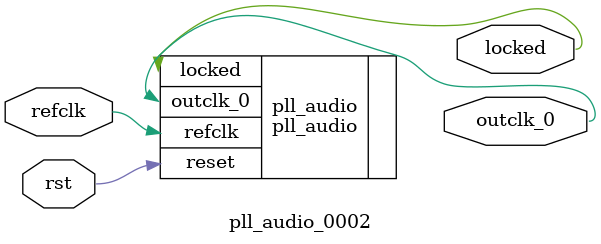
<source format=v>
`timescale 1ns / 1ps


module pll_audio_0002(

    // interface 'refclk'
    input wire refclk,
    
    // interface 'reset'
    input wire rst,
    
    // interface 'outclk0'
    output wire outclk_0,
    
    // interface 'locked'
    output wire locked
    );
    
    pll_audio pll_audio
   (
    // Clock out ports
    .outclk_0(outclk_0),    
    // Status and control signals
    .reset(rst),            
    .locked(locked),       
   // Clock in ports
    .refclk(refclk)      
);
    
    
    
endmodule

</source>
